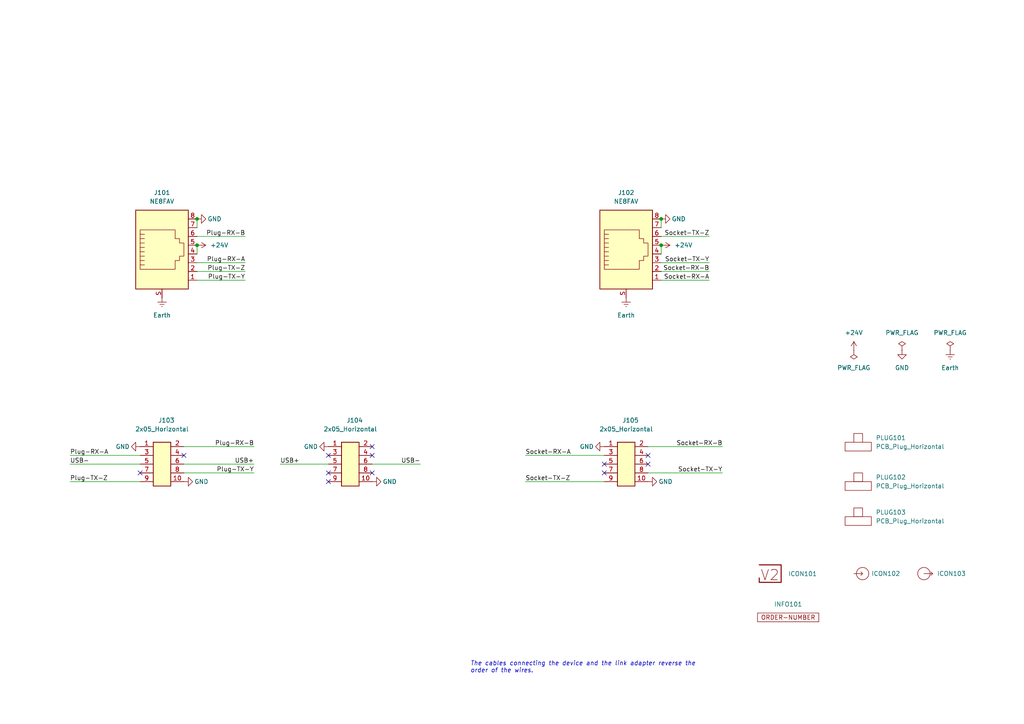
<source format=kicad_sch>
(kicad_sch (version 20250114) (generator "eeschema") (generator_version "9.0")
  (paper "A4")
  (title_block (title "Link Legacy") (date "2025-10-19") (rev "1") (company "Versio Duo"))
  (lib_symbols
    (symbol "V2_Artwork:Arrow_In" (in_bom no)
      (property "Reference" "ICON" (at -2.54 2.54 0))
      (symbol "Arrow_In_0_1"
        (polyline (pts (xy -2.54 0) (xy 0 0)))
        (polyline (pts (xy -0.508 0.508) (xy 0 0) (xy -0.508 -0.508)))
        (circle (center 0 0) (radius 1.7961))
      )
    )
    (symbol "V2_Artwork:Arrow_Out" (in_bom no)
      (property "Reference" "ICON" (at -2.54 2.54 0))
      (symbol "Arrow_Out_0_1"
        (polyline (pts (xy 0 0) (xy 2.54 0)))
        (circle (center 0 0) (radius 1.7961))
        (polyline (pts (xy 2.032 0.508) (xy 2.54 0) (xy 2.032 -0.508)))
      )
    )
    (symbol "V2_Artwork:V2-logo" (in_bom no)
      (property "Reference" "ICON" (at -3.302 3.81 0))
      (symbol "V2-logo_1_0"
        (polyline (pts (xy -3.302 2.54) (xy 3.048 2.54) (xy 3.048 -2.54) (xy -3.302 -2.54) (xy -3.302 -1.27)) (stroke (width 0.3)))
        (text "V2" (at -0.2055 -0.4053 0) (effects (font (size 3 3))))
      )
    )
    (symbol "V2_Connector_EtherCon:NE8FAV" (pin_names (offset 1.016))
      (property "Reference" "J" (at -5.08 17.78 0))
      (property "Value" "NE8FAV" (at 2.54 13.97 0))
      (symbol "NE8FAV_0_1"
        (polyline (pts (xy -6.35 1.905) (xy -5.08 1.905) (xy -5.08 1.905)))
        (polyline (pts (xy -6.35 0.635) (xy -5.08 0.635) (xy -5.08 0.635)))
        (polyline (pts (xy -6.35 -0.635) (xy -5.08 -0.635) (xy -5.08 -0.635)))
        (polyline (pts (xy -6.35 -1.905) (xy -5.08 -1.905) (xy -5.08 -1.905)))
        (polyline (pts (xy -6.35 -3.175) (xy -5.08 -3.175) (xy -5.08 -3.175)))
        (polyline (pts (xy -6.35 -4.445) (xy -6.35 6.985) (xy 3.81 6.985) (xy 3.81 4.445) (xy 5.08 4.445) (xy 5.08 3.175) (xy 6.35 3.175) (xy 6.35 -0.635) (xy 5.08 -0.635) (xy 5.08 -1.905) (xy 3.81 -1.905) (xy 3.81 -4.445) (xy -6.35 -4.445) (xy -6.35 -4.445)))
        (polyline (pts (xy -5.08 5.715) (xy -6.35 5.715)))
        (polyline (pts (xy -5.08 4.445) (xy -6.35 4.445)))
        (polyline (pts (xy -5.08 3.175) (xy -6.35 3.175) (xy -6.35 3.175)))
        (rectangle (start 7.62 12.7) (end -7.62 -10.16) (stroke (width 0.254)) (fill (type background)))
      )
      (symbol "NE8FAV_1_1"
        (pin passive line (at 0 -12.7 90) (length 2.54) (name "") (number "S"))
        (pin passive line (at 10.16 10.16 180) (length 2.54) (name "~") (number "8"))
        (pin passive line (at 10.16 7.62 180) (length 2.54) (name "~") (number "7"))
        (pin passive line (at 10.16 5.08 180) (length 2.54) (name "~") (number "6"))
        (pin passive line (at 10.16 2.54 180) (length 2.54) (name "~") (number "5"))
        (pin passive line (at 10.16 0 180) (length 2.54) (name "~") (number "4"))
        (pin passive line (at 10.16 -2.54 180) (length 2.54) (name "~") (number "3"))
        (pin passive line (at 10.16 -5.08 180) (length 2.54) (name "~") (number "2"))
        (pin passive line (at 10.16 -7.62 180) (length 2.54) (name "~") (number "1"))
      )
    )
    (symbol "V2_Connector_Header_1.27mm:2x05_Horizontal" (pin_names (hide yes))
      (property "Reference" "J" (at 0 12.7 0))
      (property "Value" "2x05_Horizontal" (at 1.27 10.16 0))
      (symbol "2x05_Horizontal_1_1"
        (rectangle (start -2.54 6.35) (end 2.54 -6.35) (stroke (width 0.254)) (fill (type background)))
        (pin passive line (at -6.35 5.08 0) (length 3.81) (name "Pin_1") (number "1"))
        (pin passive line (at -6.35 2.54 0) (length 3.81) (name "Pin_3") (number "3"))
        (pin passive line (at -6.35 0 0) (length 3.81) (name "Pin_5") (number "5"))
        (pin passive line (at -6.35 -2.54 0) (length 3.81) (name "Pin_7") (number "7"))
        (pin passive line (at -6.35 -5.08 0) (length 3.81) (name "Pin_9") (number "9"))
        (pin passive line (at 6.35 5.08 180) (length 3.81) (name "Pin_2") (number "2"))
        (pin passive line (at 6.35 2.54 180) (length 3.81) (name "Pin_4") (number "4"))
        (pin passive line (at 6.35 0 180) (length 3.81) (name "Pin_6") (number "6"))
        (pin passive line (at 6.35 -2.54 180) (length 3.81) (name "Pin_8") (number "8"))
        (pin passive line (at 6.35 -5.08 180) (length 3.81) (name "Pin_10") (number "10"))
      )
    )
    (symbol "V2_PCB_Devices:PCB_Plug_Horizontal" (in_bom no)
      (property "Reference" "PLUG" (at 0 -5.08 0))
      (property "Value" "PCB_Plug_Horizontal" (at 1.27 -8.89 0))
      (symbol "PCB_Plug_Horizontal_0_1"
        (rectangle (start -3.81 0) (end 3.81 -2.54))
        (rectangle (start -1.27 2.54) (end 1.27 0))
      )
    )
    (symbol "V2_Production:Order_Number" (in_bom no)
      (property "Reference" "INFO" (at 0 2.54 0))
      (symbol "Order_Number_0_0"
        (text "ORDER-NUMBER" (at 0 0 0) (effects (font (size 1.27 1.27))))
      )
      (symbol "Order_Number_0_1"
        (rectangle (start -8.89 1.27) (end 8.89 -1.27))
      )
    )
    (symbol "power:+24V" (power) (pin_numbers (hide yes)) (pin_names (offset 0) (hide yes))
      (property "Value" "+24V" (at 0 3.556 0))
      (symbol "+24V_0_1"
        (polyline (pts (xy -0.762 1.27) (xy 0 2.54)))
        (polyline (pts (xy 0 2.54) (xy 0.762 1.27)))
        (polyline (pts (xy 0 0) (xy 0 2.54)))
      )
      (symbol "+24V_1_1"
        (pin power_in line (at 0 0 90) (length 0) (name "~") (number "1"))
      )
    )
    (symbol "power:Earth" (power) (pin_numbers (hide yes)) (pin_names (offset 0) (hide yes))
      (property "Value" "Earth" (at 0 -3.81 0))
      (symbol "Earth_0_1"
        (polyline (pts (xy -0.635 -1.905) (xy 0.635 -1.905)))
        (polyline (pts (xy -0.127 -2.54) (xy 0.127 -2.54)))
        (polyline (pts (xy 0 -1.27) (xy 0 0)))
        (polyline (pts (xy 1.27 -1.27) (xy -1.27 -1.27)))
      )
      (symbol "Earth_1_1"
        (pin power_in line (at 0 0 270) (length 0) (name "~") (number "1"))
      )
    )
    (symbol "power:GND" (power) (pin_numbers (hide yes)) (pin_names (offset 0) (hide yes))
      (property "Value" "GND" (at 0 -3.81 0))
      (symbol "GND_0_1"
        (polyline (pts (xy 0 0) (xy 0 -1.27) (xy 1.27 -1.27) (xy 0 -2.54) (xy -1.27 -1.27) (xy 0 -1.27)))
      )
      (symbol "GND_1_1"
        (pin power_in line (at 0 0 270) (length 0) (name "~") (number "1"))
      )
    )
    (symbol "power:PWR_FLAG" (power) (pin_numbers (hide yes)) (pin_names (offset 0) (hide yes))
      (property "Value" "PWR_FLAG" (at 0 3.81 0))
      (symbol "PWR_FLAG_0_0"
        (pin power_out line (at 0 0 90) (length 0) (name "~") (number "1"))
      )
      (symbol "PWR_FLAG_0_1"
        (polyline (pts (xy 0 0) (xy 0 1.27) (xy -1.016 1.905) (xy 0 2.54) (xy 1.016 1.905) (xy 0 1.27)))
      )
    )
  )
  (text "The cables connecting the device and the link adapter reverse the\norder of the wires." (at 136.398 195.326 0) (effects (font (size 1.27 1.27) (italic yes)) (justify left bottom)))
  (junction (at 191.77 63.5))
  (junction (at 57.15 63.5))
  (junction (at 191.77 71.12))
  (junction (at 57.15 71.12))
  (no_connect (at 53.34 132.08))
  (no_connect (at 40.64 137.16))
  (no_connect (at 95.25 137.16))
  (no_connect (at 187.96 132.08))
  (no_connect (at 107.95 129.54))
  (no_connect (at 107.95 137.16))
  (no_connect (at 187.96 134.62))
  (no_connect (at 107.95 132.08))
  (no_connect (at 175.26 137.16))
  (no_connect (at 95.25 132.08))
  (no_connect (at 95.25 139.7))
  (no_connect (at 175.26 134.62))
  (wire (pts (xy 187.96 129.54) (xy 209.55 129.54)))
  (wire (pts (xy 40.64 132.08) (xy 20.32 132.08)))
  (wire (pts (xy 107.95 134.62) (xy 121.92 134.62)))
  (wire (pts (xy 95.25 134.62) (xy 81.28 134.62)))
  (wire (pts (xy 191.77 63.5) (xy 191.77 66.04)))
  (wire (pts (xy 40.64 134.62) (xy 20.32 134.62)))
  (wire (pts (xy 40.64 139.7) (xy 20.32 139.7)))
  (wire (pts (xy 57.15 78.74) (xy 71.12 78.74)))
  (wire (pts (xy 191.77 68.58) (xy 205.74 68.58)))
  (wire (pts (xy 53.34 137.16) (xy 73.66 137.16)))
  (wire (pts (xy 57.15 63.5) (xy 57.15 66.04)))
  (wire (pts (xy 187.96 137.16) (xy 209.55 137.16)))
  (wire (pts (xy 191.77 81.28) (xy 205.74 81.28)))
  (wire (pts (xy 191.77 78.74) (xy 205.74 78.74)))
  (wire (pts (xy 175.26 139.7) (xy 152.4 139.7)))
  (wire (pts (xy 57.15 81.28) (xy 71.12 81.28)))
  (wire (pts (xy 53.34 129.54) (xy 73.66 129.54)))
  (wire (pts (xy 57.15 71.12) (xy 57.15 73.66)))
  (wire (pts (xy 191.77 71.12) (xy 191.77 73.66)))
  (wire (pts (xy 57.15 76.2) (xy 71.12 76.2)))
  (wire (pts (xy 175.26 132.08) (xy 152.4 132.08)))
  (wire (pts (xy 53.34 134.62) (xy 73.66 134.62)))
  (wire (pts (xy 57.15 68.58) (xy 71.12 68.58)))
  (wire (pts (xy 191.77 76.2) (xy 205.74 76.2)))
  (label "Socket-RX-B" (at 205.74 78.74 180))
  (label "Plug-RX-B" (at 73.66 129.54 180))
  (label "Socket-TX-Y" (at 209.55 137.16 180))
  (label "Plug-TX-Y" (at 71.12 81.28 180))
  (label "Socket-RX-A" (at 152.4 132.08 0))
  (label "Socket-TX-Z" (at 152.4 139.7 0))
  (label "Socket-RX-A" (at 205.74 81.28 180))
  (label "Plug-RX-A" (at 71.12 76.2 180))
  (label "USB-" (at 20.32 134.62 0))
  (label "Plug-RX-B" (at 71.12 68.58 180))
  (label "Socket-TX-Y" (at 205.74 76.2 180))
  (label "USB+" (at 81.28 134.62 0))
  (label "USB+" (at 73.66 134.62 180))
  (label "Plug-TX-Z" (at 71.12 78.74 180))
  (label "USB-" (at 121.92 134.62 180))
  (label "Socket-RX-B" (at 209.55 129.54 180))
  (label "Plug-RX-A" (at 20.32 132.08 0))
  (label "Socket-TX-Z" (at 205.74 68.58 180))
  (label "Plug-TX-Y" (at 73.66 137.16 180))
  (label "Plug-TX-Z" (at 20.32 139.7 0))
  (symbol (lib_id "V2_Connector_Header_1.27mm:2x05_Horizontal") (at 101.6 134.62 0) (unit 1)
    (property "Reference" "J104" (at 102.87 121.92 0))
    (property "Value" "2x05_Horizontal" (at 101.6 124.46 0))
    (property "Footprint" "V2_Connector_Header_1.27mm:PinHeader_2x05_P1.27mm_Horizontal" (effects (hide yes)))
    (property "Sim.Enable" "0" (effects (hide yes)))
  )
  (symbol (lib_id "power:GND") (at 175.26 129.54 270) (unit 1)
    (property "Reference" "#PWR0109" (effects (hide yes)))
    (property "Value" "GND" (at 170.18 129.5399 90))
    (property "Description" "Power symbol creates a global label with name \"GND\" , ground" (effects (hide yes)))
  )
  (symbol (lib_id "power:GND") (at 261.62 101.6 0) (unit 1)
    (property "Reference" "#PWR0121" (effects (hide yes)))
    (property "Value" "GND" (at 261.62 106.68 0))
    (property "Description" "Power symbol creates a global label with name \"GND\" , ground" (effects (hide yes)))
  )
  (symbol (lib_id "V2_Artwork:Arrow_Out") (at 267.97 166.37 0) (unit 1) (in_bom no)
    (property "Reference" "ICON103" (at 271.78 166.3699 0) (effects (justify left)))
    (property "Value" "Arrow_Out" (effects (hide yes)))
    (property "Footprint" "V2_Artwork:Arrow_Out" (effects (hide yes)))
    (property "Sim.Enable" "0" (effects (hide yes)))
  )
  (symbol (lib_id "V2_Artwork:V2-logo") (at 223.52 166.37 0) (unit 1) (in_bom no)
    (property "Reference" "ICON101" (at 228.6 166.4341 0) (effects (justify left)))
    (property "Value" "V2-logo" (effects (hide yes)))
    (property "Footprint" "V2_Artwork:Logo_Small" (effects (hide yes)))
    (property "Sim.Enable" "0" (effects (hide yes)))
  )
  (symbol (lib_id "power:+24V") (at 247.65 101.6 0) (unit 1)
    (property "Reference" "#PWR0120" (effects (hide yes)))
    (property "Value" "+24V" (at 247.65 96.52 0))
    (property "Description" "Power symbol creates a global label with name \"+24V\"" (effects (hide yes)))
  )
  (symbol (lib_id "V2_Artwork:Arrow_In") (at 250.19 166.37 0) (unit 1) (in_bom no)
    (property "Reference" "ICON102" (at 252.73 166.3699 0) (effects (justify left)))
    (property "Value" "Arrow_In" (effects (hide yes)))
    (property "Footprint" "V2_Artwork:Arrow_In" (effects (hide yes)))
    (property "Sim.Enable" "0" (effects (hide yes)))
  )
  (symbol (lib_id "V2_PCB_Devices:PCB_Plug_Horizontal") (at 248.92 139.7 0) (unit 1) (in_bom no)
    (property "Reference" "PLUG102" (at 254 138.4299 0) (effects (justify left)))
    (property "Value" "PCB_Plug_Horizontal" (at 254 140.9699 0) (effects (justify left)))
    (property "Footprint" "V2_PCB_Devices:PCB_Plug_Horizontal" (effects (hide yes)))
    (property "Sim.Enable" "0" (effects (hide yes)))
  )
  (symbol (lib_id "V2_Connector_Header_1.27mm:2x05_Horizontal") (at 46.99 134.62 0) (unit 1)
    (property "Reference" "J103" (at 48.26 121.92 0))
    (property "Value" "2x05_Horizontal" (at 46.99 124.46 0))
    (property "Footprint" "V2_Connector_Header_1.27mm:PinHeader_2x05_P1.27mm_Horizontal" (effects (hide yes)))
    (property "Sim.Enable" "0" (effects (hide yes)))
  )
  (symbol (lib_id "power:PWR_FLAG") (at 261.62 101.6 0) (unit 1)
    (property "Reference" "#FLG0103" (effects (hide yes)))
    (property "Value" "PWR_FLAG" (at 261.62 96.52 0))
    (property "Description" "Special symbol for telling ERC where power comes from" (effects (hide yes)))
  )
  (symbol (lib_id "power:Earth") (at 46.99 86.36 0) (unit 1)
    (property "Reference" "#PWR0105" (effects (hide yes)))
    (property "Value" "Earth" (at 46.99 91.44 0))
    (property "Description" "Power symbol creates a global label with name \"Earth\"" (effects (hide yes)))
  )
  (symbol (lib_id "V2_Production:Order_Number") (at 228.6 179.07 0) (unit 1) (in_bom no)
    (property "Reference" "INFO101" (at 228.6 175.26 0))
    (property "Value" "ORDER-NUMBER" (effects (hide yes)))
    (property "Footprint" "V2_Production:Order_Number" (effects (hide yes)))
    (property "Sim.Enable" "0" (effects (hide yes)))
  )
  (symbol (lib_id "V2_PCB_Devices:PCB_Plug_Horizontal") (at 248.92 128.27 0) (unit 1) (in_bom no)
    (property "Reference" "PLUG101" (at 254 126.9999 0) (effects (justify left)))
    (property "Value" "PCB_Plug_Horizontal" (at 254 129.5399 0) (effects (justify left)))
    (property "Footprint" "V2_PCB_Devices:PCB_Plug_Horizontal" (effects (hide yes)))
    (property "Sim.Enable" "0" (effects (hide yes)))
  )
  (symbol (lib_id "power:GND") (at 95.25 129.54 270) (unit 1)
    (property "Reference" "#PWR0108" (effects (hide yes)))
    (property "Value" "GND" (at 90.17 129.5399 90))
    (property "Description" "Power symbol creates a global label with name \"GND\" , ground" (effects (hide yes)))
  )
  (symbol (lib_id "V2_Connector_Header_1.27mm:2x05_Horizontal") (at 181.61 134.62 0) (unit 1)
    (property "Reference" "J105" (at 182.88 121.92 0))
    (property "Value" "2x05_Horizontal" (at 181.61 124.46 0))
    (property "Footprint" "V2_Connector_Header_1.27mm:PinHeader_2x05_P1.27mm_Horizontal" (effects (hide yes)))
    (property "Sim.Enable" "0" (effects (hide yes)))
  )
  (symbol (lib_id "power:Earth") (at 181.61 86.36 0) (unit 1)
    (property "Reference" "#PWR0106" (effects (hide yes)))
    (property "Value" "Earth" (at 181.61 91.44 0))
    (property "Description" "Power symbol creates a global label with name \"Earth\"" (effects (hide yes)))
  )
  (symbol (lib_id "power:+24V") (at 191.77 71.12 270) (unit 1)
    (property "Reference" "#PWR0104" (effects (hide yes)))
    (property "Value" "+24V" (at 195.58 71.1199 90) (effects (justify left)))
    (property "Description" "Power symbol creates a global label with name \"+24V\"" (effects (hide yes)))
  )
  (symbol (lib_id "power:PWR_FLAG") (at 247.65 101.6 180) (unit 1)
    (property "Reference" "#FLG0102" (effects (hide yes)))
    (property "Value" "PWR_FLAG" (at 247.65 106.68 0))
    (property "Description" "Special symbol for telling ERC where power comes from" (effects (hide yes)))
  )
  (symbol (lib_id "power:GND") (at 40.64 129.54 270) (unit 1)
    (property "Reference" "#PWR0107" (effects (hide yes)))
    (property "Value" "GND" (at 35.56 129.5399 90))
    (property "Description" "Power symbol creates a global label with name \"GND\" , ground" (effects (hide yes)))
  )
  (symbol (lib_id "power:GND") (at 187.96 139.7 90) (unit 1)
    (property "Reference" "#PWR0118" (effects (hide yes)))
    (property "Value" "GND" (at 193.04 139.7 90))
    (property "Description" "Power symbol creates a global label with name \"GND\" , ground" (effects (hide yes)))
  )
  (symbol (lib_id "power:Earth") (at 275.59 101.6 0) (unit 1)
    (property "Reference" "#PWR0122" (effects (hide yes)))
    (property "Value" "Earth" (at 275.59 106.68 0))
    (property "Description" "Power symbol creates a global label with name \"Earth\"" (effects (hide yes)))
  )
  (symbol (lib_id "V2_Connector_EtherCon:NE8FAV") (at 181.61 73.66 0) (unit 1)
    (property "Reference" "J102" (at 181.61 55.88 0))
    (property "Value" "NE8FAV" (at 181.61 58.42 0))
    (property "Footprint" "V2_Connector_EtherCon:NE8FAV" (effects (hide yes)))
    (property "Sim.Enable" "0" (effects (hide yes)))
  )
  (symbol (lib_id "power:GND") (at 107.95 139.7 90) (unit 1)
    (property "Reference" "#PWR0117" (effects (hide yes)))
    (property "Value" "GND" (at 113.03 139.7 90))
    (property "Description" "Power symbol creates a global label with name \"GND\" , ground" (effects (hide yes)))
  )
  (symbol (lib_id "V2_PCB_Devices:PCB_Plug_Horizontal") (at 248.92 149.86 0) (unit 1) (in_bom no)
    (property "Reference" "PLUG103" (at 254 148.5899 0) (effects (justify left)))
    (property "Value" "PCB_Plug_Horizontal" (at 254 151.1299 0) (effects (justify left)))
    (property "Footprint" "V2_PCB_Devices:PCB_Plug_Horizontal" (effects (hide yes)))
    (property "Sim.Enable" "0" (effects (hide yes)))
  )
  (symbol (lib_id "power:PWR_FLAG") (at 275.59 101.6 0) (unit 1)
    (property "Reference" "#FLG0104" (effects (hide yes)))
    (property "Value" "PWR_FLAG" (at 275.59 96.52 0))
    (property "Description" "Special symbol for telling ERC where power comes from" (effects (hide yes)))
  )
  (symbol (lib_id "power:+24V") (at 57.15 71.12 270) (unit 1)
    (property "Reference" "#PWR0103" (effects (hide yes)))
    (property "Value" "+24V" (at 60.96 71.1199 90) (effects (justify left)))
    (property "Description" "Power symbol creates a global label with name \"+24V\"" (effects (hide yes)))
  )
  (symbol (lib_id "power:GND") (at 57.15 63.5 90) (unit 1)
    (property "Reference" "#PWR0101" (effects (hide yes)))
    (property "Value" "GND" (at 62.23 63.5 90))
    (property "Description" "Power symbol creates a global label with name \"GND\" , ground" (effects (hide yes)))
  )
  (symbol (lib_id "power:GND") (at 53.34 139.7 90) (unit 1)
    (property "Reference" "#PWR0116" (effects (hide yes)))
    (property "Value" "GND" (at 58.42 139.7 90))
    (property "Description" "Power symbol creates a global label with name \"GND\" , ground" (effects (hide yes)))
  )
  (symbol (lib_id "V2_Connector_EtherCon:NE8FAV") (at 46.99 73.66 0) (unit 1)
    (property "Reference" "J101" (at 46.99 55.88 0))
    (property "Value" "NE8FAV" (at 46.99 58.42 0))
    (property "Footprint" "V2_Connector_EtherCon:NE8FAV" (effects (hide yes)))
    (property "Sim.Enable" "0" (effects (hide yes)))
  )
  (symbol (lib_id "power:GND") (at 191.77 63.5 90) (unit 1)
    (property "Reference" "#PWR0102" (effects (hide yes)))
    (property "Value" "GND" (at 196.85 63.5 90))
    (property "Description" "Power symbol creates a global label with name \"GND\" , ground" (effects (hide yes)))
  )
)
</source>
